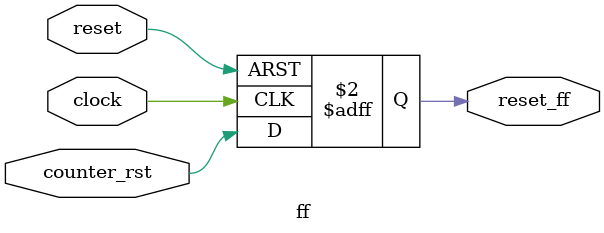
<source format=sv>
`timescale 1ns / 1ps

module ff(
    input logic clock,
    input logic reset,
    input logic counter_rst,
    
    output logic reset_ff
    );

always_ff @(posedge clock, posedge reset) begin
    if(reset)
        reset_ff <= 0;
    else
        reset_ff <= counter_rst;

end

endmodule

</source>
